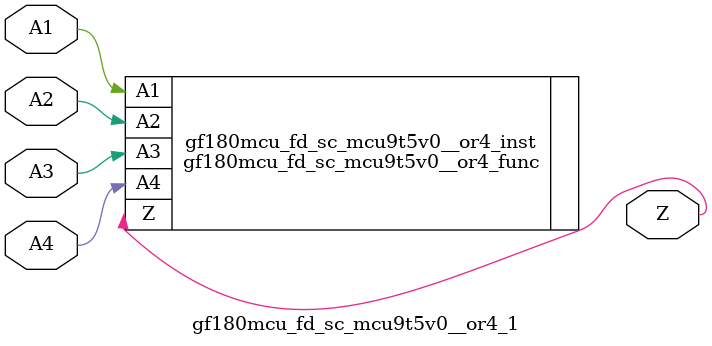
<source format=v>

`ifndef GF180MCU_FD_SC_MCU9T5V0__OR4_1_V
`define GF180MCU_FD_SC_MCU9T5V0__OR4_1_V

`include "gf180mcu_fd_sc_mcu9t5v0__or4.v"

`ifdef USE_POWER_PINS
module gf180mcu_fd_sc_mcu9t5v0__or4_1( A1, A2, A3, A4, Z, VDD, VSS );
inout VDD, VSS;
`else // If not USE_POWER_PINS
module gf180mcu_fd_sc_mcu9t5v0__or4_1( A1, A2, A3, A4, Z );
`endif // If not USE_POWER_PINS
input A1, A2, A3, A4;
output Z;

`ifdef USE_POWER_PINS
  gf180mcu_fd_sc_mcu9t5v0__or4_func gf180mcu_fd_sc_mcu9t5v0__or4_inst(.A1(A1),.A2(A2),.A3(A3),.A4(A4),.Z(Z),.VDD(VDD),.VSS(VSS));
`else // If not USE_POWER_PINS
  gf180mcu_fd_sc_mcu9t5v0__or4_func gf180mcu_fd_sc_mcu9t5v0__or4_inst(.A1(A1),.A2(A2),.A3(A3),.A4(A4),.Z(Z));
`endif // If not USE_POWER_PINS

`ifndef FUNCTIONAL
	// spec_gates_begin


	// spec_gates_end



   specify

	// specify_block_begin

	// comb arc A1 --> Z
	 (A1 => Z) = (1.0,1.0);

	// comb arc A2 --> Z
	 (A2 => Z) = (1.0,1.0);

	// comb arc A3 --> Z
	 (A3 => Z) = (1.0,1.0);

	// comb arc A4 --> Z
	 (A4 => Z) = (1.0,1.0);

	// specify_block_end

   endspecify

   `endif

endmodule
`endif // GF180MCU_FD_SC_MCU9T5V0__OR4_1_V

</source>
